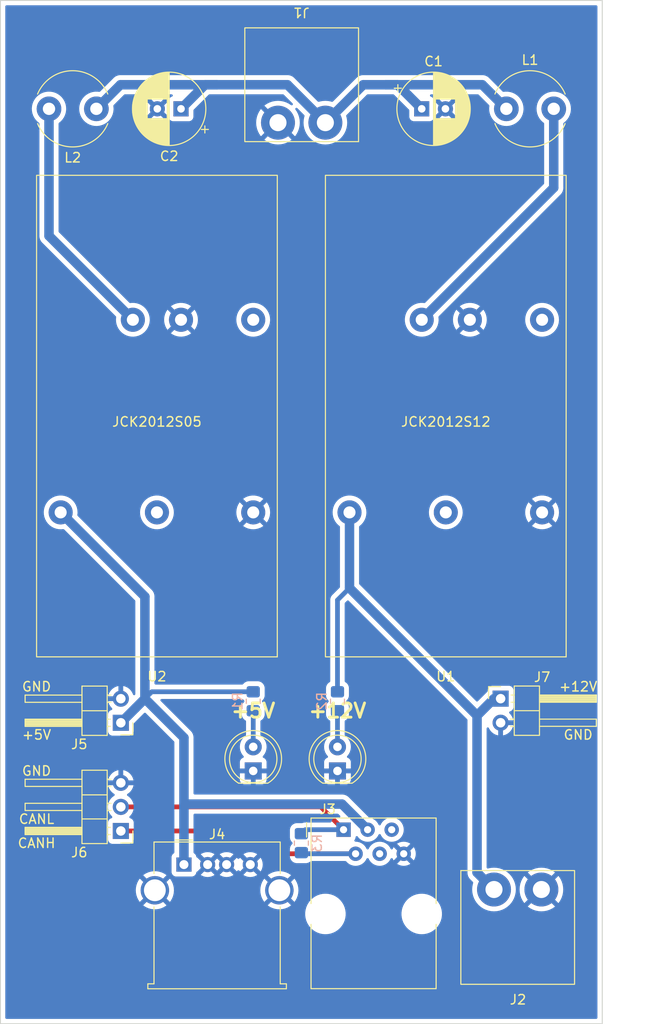
<source format=kicad_pcb>
(kicad_pcb (version 20211014) (generator pcbnew)
  (layers (0 "F.Cu" signal) (31 "B.Cu" signal) (34 "B.Paste" user) (35 "F.Paste" user) (36 "B.SilkS" user "B.Silkscreen") (37 "F.SilkS" user "F.Silkscreen") (38 "B.Mask" user) (39 "F.Mask" user) (44 "Edge.Cuts" user))
  (net 0 "")
  (net 1 "V_batt")
  (net 2 "GND")
  (net 3 "Net-(D1-Pad2)")
  (net 4 "Net-(D2-Pad2)")
  (net 5 "+12V")
  (net 6 "CAN_L")
  (net 7 "CAN_H")
  (net 8 "+5V")
  (net 11 "Net-(L1-Pad2)")
  (net 12 "Net-(L2-Pad2)")
  (footprint "Inductor_THT:L_Radial_D7.8mm_P5.00mm_Fastron_07HCP" (layer "F.Cu") (at 133.39 53.34)
    (fp_text reference "L1" (at 2.5 -5.15) (layer "F.SilkS"))
    (fp_text value "12u")
    (fp_arc (start 6.20497 1.56) (mid 2.5 4.02) (end -1.20497 1.56) (layer "F.SilkS") (width 0.12))
    (fp_arc (start -1.20497 -1.56) (mid 2.5 -4.02) (end 6.20497 -1.56) (layer "F.SilkS") (width 0.12))
    (pad "1" thru_hole circle (at 0 0) (size 2.6 2.6) (drill 1.3) (layers *.Cu *.Mask) (net 1 "V_batt"))
    (pad "2" thru_hole circle (at 5 0) (size 2.6 2.6) (drill 1.3) (layers *.Cu *.Mask) (net 11 "Net-(L1-Pad2)"))
  )
  (footprint "Capacitor_THT:CP_Radial_D7.5mm_P2.50mm" (layer "F.Cu") (at 124.46 53.34)
    (fp_text reference "C1" (at 1.25 -5) (layer "F.SilkS"))
    (fp_text value "330u")
    (fp_line (start 2.731 1.04) (end 2.731 3.536) (layer "F.SilkS") (width 0.12))
    (fp_line (start 2.491 1.04) (end 2.491 3.626) (layer "F.SilkS") (width 0.12))
    (fp_line (start 3.011 1.04) (end 3.011 3.407) (layer "F.SilkS") (width 0.12))
    (fp_line (start 2.811 -3.502) (end 2.811 -1.04) (layer "F.SilkS") (width 0.12))
    (fp_line (start 1.93 1.04) (end 1.93 3.77) (layer "F.SilkS") (width 0.12))
    (fp_line (start 4.651 -1.809) (end 4.651 1.809) (layer "F.SilkS") (width 0.12))
    (fp_line (start 2.091 1.04) (end 2.091 3.738) (layer "F.SilkS") (width 0.12))
    (fp_line (start 3.331 1.04) (end 3.331 3.224) (layer "F.SilkS") (width 0.12))
    (fp_line (start 3.611 -3.028) (end 3.611 3.028) (layer "F.SilkS") (width 0.12))
    (fp_line (start 3.051 -3.386) (end 3.051 -1.04) (layer "F.SilkS") (width 0.12))
    (fp_line (start 4.491 -2.077) (end 4.491 2.077) (layer "F.SilkS") (width 0.12))
    (fp_line (start 2.251 -3.699) (end 2.251 -1.04) (layer "F.SilkS") (width 0.12))
    (fp_line (start 4.571 -1.949) (end 4.571 1.949) (layer "F.SilkS") (width 0.12))
    (fp_line (start 2.531 1.04) (end 2.531 3.613) (layer "F.SilkS") (width 0.12))
    (fp_line (start 3.651 -2.996) (end 3.651 2.996) (layer "F.SilkS") (width 0.12))
    (fp_line (start 1.81 -3.79) (end 1.81 -1.04) (layer "F.SilkS") (width 0.12))
    (fp_line (start 2.691 1.04) (end 2.691 3.553) (layer "F.SilkS") (width 0.12))
    (fp_line (start 1.65 1.04) (end 1.65 3.81) (layer "F.SilkS") (width 0.12))
    (fp_line (start 2.771 -3.52) (end 2.771 -1.04) (layer "F.SilkS") (width 0.12))
    (fp_line (start 4.211 -2.454) (end 4.211 2.454) (layer "F.SilkS") (width 0.12))
    (fp_line (start 2.371 1.04) (end 2.371 3.665) (layer "F.SilkS") (width 0.12))
    (fp_line (start 3.251 1.04) (end 3.251 3.274) (layer "F.SilkS") (width 0.12))
    (fp_line (start 4.051 -2.632) (end 4.051 2.632) (layer "F.SilkS") (width 0.12))
    (fp_line (start 2.691 -3.553) (end 2.691 -1.04) (layer "F.SilkS") (width 0.12))
    (fp_line (start 1.85 1.04) (end 1.85 3.784) (layer "F.SilkS") (width 0.12))
    (fp_line (start 3.531 -3.088) (end 3.531 -1.04) (layer "F.SilkS") (width 0.12))
    (fp_line (start 3.171 -3.321) (end 3.171 -1.04) (layer "F.SilkS") (width 0.12))
    (fp_line (start 1.69 1.04) (end 1.69 3.805) (layer "F.SilkS") (width 0.12))
    (fp_line (start 2.331 -3.677) (end 2.331 -1.04) (layer "F.SilkS") (width 0.12))
    (fp_line (start 4.131 -2.546) (end 4.131 2.546) (layer "F.SilkS") (width 0.12))
    (fp_line (start 1.57 -3.817) (end 1.57 -1.04) (layer "F.SilkS") (width 0.12))
    (fp_line (start 2.011 1.04) (end 2.011 3.755) (layer "F.SilkS") (width 0.12))
    (fp_line (start 2.571 -3.598) (end 2.571 -1.04) (layer "F.SilkS") (width 0.12))
    (fp_line (start 1.29 -3.83) (end 1.29 3.83) (layer "F.SilkS") (width 0.12))
    (fp_line (start 3.931 -2.752) (end 3.931 2.752) (layer "F.SilkS") (width 0.12))
    (fp_line (start 3.491 1.04) (end 3.491 3.116) (layer "F.SilkS") (width 0.12))
    (fp_line (start 1.61 1.04) (end 1.61 3.814) (layer "F.SilkS") (width 0.12))
    (fp_line (start 2.131 -3.729) (end 2.131 -1.04) (layer "F.SilkS") (width 0.12))
    (fp_line (start 4.611 -1.881) (end 4.611 1.881) (layer "F.SilkS") (width 0.12))
    (fp_line (start 1.49 -3.823) (end 1.49 -1.04) (layer "F.SilkS") (width 0.12))
    (fp_line (start 2.731 -3.536) (end 2.731 -1.04) (layer "F.SilkS") (width 0.12))
    (fp_line (start 2.571 1.04) (end 2.571 3.598) (layer "F.SilkS") (width 0.12))
    (fp_line (start 2.211 1.04) (end 2.211 3.71) (layer "F.SilkS") (width 0.12))
    (fp_line (start 3.051 1.04) (end 3.051 3.386) (layer "F.SilkS") (width 0.12))
    (fp_line (start 3.131 1.04) (end 3.131 3.343) (layer "F.SilkS") (width 0.12))
    (fp_line (start 1.25 -3.83) (end 1.25 3.83) (layer "F.SilkS") (width 0.12))
    (fp_line (start 4.171 -2.5) (end 4.171 2.5) (layer "F.SilkS") (width 0.12))
    (fp_line (start 1.81 1.04) (end 1.81 3.79) (layer "F.SilkS") (width 0.12))
    (fp_line (start 2.211 -3.71) (end 2.211 -1.04) (layer "F.SilkS") (width 0.12))
    (fp_line (start 4.451 -2.137) (end 4.451 2.137) (layer "F.SilkS") (width 0.12))
    (fp_line (start 3.851 -2.827) (end 3.851 2.827) (layer "F.SilkS") (width 0.12))
    (fp_line (start 2.971 1.04) (end 2.971 3.427) (layer "F.SilkS") (width 0.12))
    (fp_line (start 3.971 -2.713) (end 3.971 2.713) (layer "F.SilkS") (width 0.12))
    (fp_line (start 2.771 1.04) (end 2.771 3.52) (layer "F.SilkS") (width 0.12))
    (fp_line (start 5.011 -0.877) (end 5.011 0.877) (layer "F.SilkS") (width 0.12))
    (fp_line (start 4.891 -1.275) (end 4.891 1.275) (layer "F.SilkS") (width 0.12))
    (fp_line (start 2.171 -3.72) (end 2.171 -1.04) (layer "F.SilkS") (width 0.12))
    (fp_line (start 1.69 -3.805) (end 1.69 -1.04) (layer "F.SilkS") (width 0.12))
    (fp_line (start 1.89 1.04) (end 1.89 3.777) (layer "F.SilkS") (width 0.12))
    (fp_line (start 4.531 -2.014) (end 4.531 2.014) (layer "F.SilkS") (width 0.12))
    (fp_line (start 5.091 -0.441) (end 5.091 0.441) (layer "F.SilkS") (width 0.12))
    (fp_line (start 3.091 1.04) (end 3.091 3.365) (layer "F.SilkS") (width 0.12))
    (fp_line (start 1.85 -3.784) (end 1.85 -1.04) (layer "F.SilkS") (width 0.12))
    (fp_line (start 1.53 -3.82) (end 1.53 -1.04) (layer "F.SilkS") (width 0.12))
    (fp_line (start 2.411 -3.653) (end 2.411 -1.04) (layer "F.SilkS") (width 0.12))
    (fp_line (start 4.291 -2.355) (end 4.291 2.355) (layer "F.SilkS") (width 0.12))
    (fp_line (start 3.211 1.04) (end 3.211 3.297) (layer "F.SilkS") (width 0.12))
    (fp_line (start -2.517211 -2.55) (end -2.517211 -1.8) (layer "F.SilkS") (width 0.12))
    (fp_line (start 2.291 -3.688) (end 2.291 -1.04) (layer "F.SilkS") (width 0.12))
    (fp_line (start 2.851 -3.484) (end 2.851 -1.04) (layer "F.SilkS") (width 0.12))
    (fp_line (start 1.37 -3.829) (end 1.37 3.829) (layer "F.SilkS") (width 0.12))
    (fp_line (start 3.211 -3.297) (end 3.211 -1.04) (layer "F.SilkS") (width 0.12))
    (fp_line (start 3.291 1.04) (end 3.291 3.249) (layer "F.SilkS") (width 0.12))
    (fp_line (start 2.611 1.04) (end 2.611 3.584) (layer "F.SilkS") (width 0.12))
    (fp_line (start 2.931 -3.447) (end 2.931 -1.04) (layer "F.SilkS") (width 0.12))
    (fp_line (start 3.011 -3.407) (end 3.011 -1.04) (layer "F.SilkS") (width 0.12))
    (fp_line (start 3.371 -3.198) (end 3.371 -1.04) (layer "F.SilkS") (width 0.12))
    (fp_line (start 4.851 -1.381) (end 4.851 1.381) (layer "F.SilkS") (width 0.12))
    (fp_line (start 2.251 1.04) (end 2.251 3.699) (layer "F.SilkS") (width 0.12))
    (fp_line (start 2.171 1.04) (end 2.171 3.72) (layer "F.SilkS") (width 0.12))
    (fp_line (start 1.77 1.04) (end 1.77 3.795) (layer "F.SilkS") (width 0.12))
    (fp_line (start 4.731 -1.654) (end 4.731 1.654) (layer "F.SilkS") (width 0.12))
    (fp_line (start 1.89 -3.777) (end 1.89 -1.04) (layer "F.SilkS") (width 0.12))
    (fp_line (start 3.331 -3.224) (end 3.331 -1.04) (layer "F.SilkS") (width 0.12))
    (fp_line (start 1.77 -3.795) (end 1.77 -1.04) (layer "F.SilkS") (width 0.12))
    (fp_line (start 4.811 -1.478) (end 4.811 1.478) (layer "F.SilkS") (width 0.12))
    (fp_line (start 4.331 -2.304) (end 4.331 2.304) (layer "F.SilkS") (width 0.12))
    (fp_line (start 3.131 -3.343) (end 3.131 -1.04) (layer "F.SilkS") (width 0.12))
    (fp_line (start 1.971 1.04) (end 1.971 3.763) (layer "F.SilkS") (width 0.12))
    (fp_line (start 1.53 1.04) (end 1.53 3.82) (layer "F.SilkS") (width 0.12))
    (fp_line (start 2.611 -3.584) (end 2.611 -1.04) (layer "F.SilkS") (width 0.12))
    (fp_line (start 1.33 -3.83) (end 1.33 3.83) (layer "F.SilkS") (width 0.12))
    (fp_line (start 3.811 -2.863) (end 3.811 2.863) (layer "F.SilkS") (width 0.12))
    (fp_line (start 3.091 -3.365) (end 3.091 -1.04) (layer "F.SilkS") (width 0.12))
    (fp_line (start 2.931 1.04) (end 2.931 3.447) (layer "F.SilkS") (width 0.12))
    (fp_line (start 3.571 -3.058) (end 3.571 3.058) (layer "F.SilkS") (width 0.12))
    (fp_line (start 3.451 1.04) (end 3.451 3.144) (layer "F.SilkS") (width 0.12))
    (fp_line (start 3.171 1.04) (end 3.171 3.321) (layer "F.SilkS") (width 0.12))
    (fp_line (start 4.411 -2.195) (end 4.411 2.195) (layer "F.SilkS") (width 0.12))
    (fp_line (start 2.011 -3.755) (end 2.011 -1.04) (layer "F.SilkS") (width 0.12))
    (fp_line (start 3.491 -3.116) (end 3.491 -1.04) (layer "F.SilkS") (width 0.12))
    (fp_line (start 1.41 -3.827) (end 1.41 3.827) (layer "F.SilkS") (width 0.12))
    (fp_line (start 1.49 1.04) (end 1.49 3.823) (layer "F.SilkS") (width 0.12))
    (fp_line (start 4.011 -2.673) (end 4.011 2.673) (layer "F.SilkS") (width 0.12))
    (fp_line (start 3.531 1.04) (end 3.531 3.088) (layer "F.SilkS") (width 0.12))
    (fp_line (start 2.051 -3.747) (end 2.051 -1.04) (layer "F.SilkS") (width 0.12))
    (fp_line (start 2.851 1.04) (end 2.851 3.484) (layer "F.SilkS") (width 0.12))
    (fp_line (start 3.891 -2.79) (end 3.891 2.79) (layer "F.SilkS") (width 0.12))
    (fp_line (start 1.73 -3.801) (end 1.73 -1.04) (layer "F.SilkS") (width 0.12))
    (fp_line (start 2.131 1.04) (end 2.131 3.729) (layer "F.SilkS") (width 0.12))
    (fp_line (start 2.891 -3.466) (end 2.891 -1.04) (layer "F.SilkS") (width 0.12))
    (fp_line (start 4.691 -1.733) (end 4.691 1.733) (layer "F.SilkS") (width 0.12))
    (fp_line (start 4.371 -2.25) (end 4.371 2.25) (layer "F.SilkS") (width 0.12))
    (fp_line (start 2.491 -3.626) (end 2.491 -1.04) (layer "F.SilkS") (width 0.12))
    (fp_line (start 3.411 1.04) (end 3.411 3.172) (layer "F.SilkS") (width 0.12))
    (fp_line (start 2.451 1.04) (end 2.451 3.64) (layer "F.SilkS") (width 0.12))
    (fp_line (start 1.45 -3.825) (end 1.45 3.825) (layer "F.SilkS") (width 0.12))
    (fp_line (start 1.57 1.04) (end 1.57 3.817) (layer "F.SilkS") (width 0.12))
    (fp_line (start -2.892211 -2.175) (end -2.142211 -2.175) (layer "F.SilkS") (width 0.12))
    (fp_line (start 2.651 -3.568) (end 2.651 -1.04) (layer "F.SilkS") (width 0.12))
    (fp_line (start 3.731 -2.931) (end 3.731 2.931) (layer "F.SilkS") (width 0.12))
    (fp_line (start 2.411 1.04) (end 2.411 3.653) (layer "F.SilkS") (width 0.12))
    (fp_line (start 3.371 1.04) (end 3.371 3.198) (layer "F.SilkS") (width 0.12))
    (fp_line (start 3.771 -2.898) (end 3.771 2.898) (layer "F.SilkS") (width 0.12))
    (fp_line (start 2.291 1.04) (end 2.291 3.688) (layer "F.SilkS") (width 0.12))
    (fp_line (start 3.691 -2.964) (end 3.691 2.964) (layer "F.SilkS") (width 0.12))
    (fp_line (start 1.93 -3.77) (end 1.93 -1.04) (layer "F.SilkS") (width 0.12))
    (fp_line (start 3.291 -3.249) (end 3.291 -1.04) (layer "F.SilkS") (width 0.12))
    (fp_line (start 3.251 -3.274) (end 3.251 -1.04) (layer "F.SilkS") (width 0.12))
    (fp_line (start 5.051 -0.693) (end 5.051 0.693) (layer "F.SilkS") (width 0.12))
    (fp_line (start 2.811 1.04) (end 2.811 3.502) (layer "F.SilkS") (width 0.12))
    (fp_line (start 2.531 -3.613) (end 2.531 -1.04) (layer "F.SilkS") (width 0.12))
    (fp_line (start 3.451 -3.144) (end 3.451 -1.04) (layer "F.SilkS") (width 0.12))
    (fp_line (start 2.331 1.04) (end 2.331 3.677) (layer "F.SilkS") (width 0.12))
    (fp_line (start 2.891 1.04) (end 2.891 3.466) (layer "F.SilkS") (width 0.12))
    (fp_line (start 2.091 -3.738) (end 2.091 -1.04) (layer "F.SilkS") (width 0.12))
    (fp_line (start 2.451 -3.64) (end 2.451 -1.04) (layer "F.SilkS") (width 0.12))
    (fp_line (start 2.051 1.04) (end 2.051 3.747) (layer "F.SilkS") (width 0.12))
    (fp_line (start 1.65 -3.81) (end 1.65 -1.04) (layer "F.SilkS") (width 0.12))
    (fp_line (start 1.61 -3.814) (end 1.61 -1.04) (layer "F.SilkS") (width 0.12))
    (fp_line (start 3.411 -3.172) (end 3.411 -1.04) (layer "F.SilkS") (width 0.12))
    (fp_line (start 4.091 -2.589) (end 4.091 2.589) (layer "F.SilkS") (width 0.12))
    (fp_line (start 4.931 -1.158) (end 4.931 1.158) (layer "F.SilkS") (width 0.12))
    (fp_line (start 2.651 1.04) (end 2.651 3.568) (layer "F.SilkS") (width 0.12))
    (fp_line (start 1.971 -3.763) (end 1.971 -1.04) (layer "F.SilkS") (width 0.12))
    (fp_line (start 2.971 -3.427) (end 2.971 -1.04) (layer "F.SilkS") (width 0.12))
    (fp_line (start 2.371 -3.665) (end 2.371 -1.04) (layer "F.SilkS") (width 0.12))
    (fp_line (start 4.971 -1.028) (end 4.971 1.028) (layer "F.SilkS") (width 0.12))
    (fp_line (start 1.73 1.04) (end 1.73 3.801) (layer "F.SilkS") (width 0.12))
    (fp_line (start 4.251 -2.405) (end 4.251 2.405) (layer "F.SilkS") (width 0.12))
    (fp_line (start 4.771 -1.569) (end 4.771 1.569) (layer "F.SilkS") (width 0.12))
    (fp_circle (center 1.25 0) (end 5.12 0) (layer "F.SilkS") (width 0.12) (fill none))
    (pad "1" thru_hole rect (at 0 0) (size 1.6 1.6) (drill 0.8) (layers *.Cu *.Mask) (net 1 "V_batt"))
    (pad "2" thru_hole circle (at 2.5 0) (size 1.6 1.6) (drill 0.8) (layers *.Cu *.Mask) (net 2 "GND"))
  )
  (footprint "Capacitor_THT:CP_Radial_D7.5mm_P2.50mm" (layer "F.Cu") (at 99.06 53.34 180)
    (fp_text reference "C2" (at 1.25 -5) (layer "F.SilkS"))
    (fp_text value "330u")
    (fp_line (start 1.33 -3.83) (end 1.33 3.83) (layer "F.SilkS") (width 0.12))
    (fp_line (start 2.331 1.04) (end 2.331 3.677) (layer "F.SilkS") (width 0.12))
    (fp_line (start 2.611 1.04) (end 2.611 3.584) (layer "F.SilkS") (width 0.12))
    (fp_line (start 2.371 1.04) (end 2.371 3.665) (layer "F.SilkS") (width 0.12))
    (fp_line (start 3.251 1.04) (end 3.251 3.274) (layer "F.SilkS") (width 0.12))
    (fp_line (start 1.25 -3.83) (end 1.25 3.83) (layer "F.SilkS") (width 0.12))
    (fp_line (start 2.571 1.04) (end 2.571 3.598) (layer "F.SilkS") (width 0.12))
    (fp_line (start 2.131 1.04) (end 2.131 3.729) (layer "F.SilkS") (width 0.12))
    (fp_line (start 3.411 1.04) (end 3.411 3.172) (layer "F.SilkS") (width 0.12))
    (fp_line (start 1.73 -3.801) (end 1.73 -1.04) (layer "F.SilkS") (width 0.12))
    (fp_line (start 4.571 -1.949) (end 4.571 1.949) (layer "F.SilkS") (width 0.12))
    (fp_line (start 2.971 1.04) (end 2.971 3.427) (layer "F.SilkS") (width 0.12))
    (fp_line (start 3.211 1.04) (end 3.211 3.297) (layer "F.SilkS") (width 0.12))
    (fp_line (start 4.971 -1.028) (end 4.971 1.028) (layer "F.SilkS") (width 0.12))
    (fp_line (start 4.171 -2.5) (end 4.171 2.5) (layer "F.SilkS") (width 0.12))
    (fp_line (start 1.69 1.04) (end 1.69 3.805) (layer "F.SilkS") (width 0.12))
    (fp_line (start 4.931 -1.158) (end 4.931 1.158) (layer "F.SilkS") (width 0.12))
    (fp_line (start 2.411 -3.653) (end 2.411 -1.04) (layer "F.SilkS") (width 0.12))
    (fp_line (start 4.771 -1.569) (end 4.771 1.569) (layer "F.SilkS") (width 0.12))
    (fp_line (start 4.411 -2.195) (end 4.411 2.195) (layer "F.SilkS") (width 0.12))
    (fp_line (start 2.531 1.04) (end 2.531 3.613) (layer "F.SilkS") (width 0.12))
    (fp_line (start 4.371 -2.25) (end 4.371 2.25) (layer "F.SilkS") (width 0.12))
    (fp_line (start 2.171 -3.72) (end 2.171 -1.04) (layer "F.SilkS") (width 0.12))
    (fp_line (start 1.81 -3.79) (end 1.81 -1.04) (layer "F.SilkS") (width 0.12))
    (fp_line (start 2.771 1.04) (end 2.771 3.52) (layer "F.SilkS") (width 0.12))
    (fp_line (start 2.011 1.04) (end 2.011 3.755) (layer "F.SilkS") (width 0.12))
    (fp_line (start 4.131 -2.546) (end 4.131 2.546) (layer "F.SilkS") (width 0.12))
    (fp_line (start 2.251 1.04) (end 2.251 3.699) (layer "F.SilkS") (width 0.12))
    (fp_line (start 3.171 1.04) (end 3.171 3.321) (layer "F.SilkS") (width 0.12))
    (fp_line (start 2.091 1.04) (end 2.091 3.738) (layer "F.SilkS") (width 0.12))
    (fp_line (start 2.691 1.04) (end 2.691 3.553) (layer "F.SilkS") (width 0.12))
    (fp_line (start 2.491 -3.626) (end 2.491 -1.04) (layer "F.SilkS") (width 0.12))
    (fp_line (start 4.291 -2.355) (end 4.291 2.355) (layer "F.SilkS") (width 0.12))
    (fp_line (start 2.211 -3.71) (end 2.211 -1.04) (layer "F.SilkS") (width 0.12))
    (fp_line (start 3.131 -3.343) (end 3.131 -1.04) (layer "F.SilkS") (width 0.12))
    (fp_line (start 2.491 1.04) (end 2.491 3.626) (layer "F.SilkS") (width 0.12))
    (fp_line (start 1.85 1.04) (end 1.85 3.784) (layer "F.SilkS") (width 0.12))
    (fp_line (start 3.011 1.04) (end 3.011 3.407) (layer "F.SilkS") (width 0.12))
    (fp_line (start -2.517211 -2.55) (end -2.517211 -1.8) (layer "F.SilkS") (width 0.12))
    (fp_line (start 3.731 -2.931) (end 3.731 2.931) (layer "F.SilkS") (width 0.12))
    (fp_line (start 2.131 -3.729) (end 2.131 -1.04) (layer "F.SilkS") (width 0.12))
    (fp_line (start 4.611 -1.881) (end 4.611 1.881) (layer "F.SilkS") (width 0.12))
    (fp_line (start 2.731 1.04) (end 2.731 3.536) (layer "F.SilkS") (width 0.12))
    (fp_line (start 3.051 -3.386) (end 3.051 -1.04) (layer "F.SilkS") (width 0.12))
    (fp_line (start 3.331 1.04) (end 3.331 3.224) (layer "F.SilkS") (width 0.12))
    (fp_line (start 3.891 -2.79) (end 3.891 2.79) (layer "F.SilkS") (width 0.12))
    (fp_line (start 1.971 -3.763) (end 1.971 -1.04) (layer "F.SilkS") (width 0.12))
    (fp_line (start 3.211 -3.297) (end 3.211 -1.04) (layer "F.SilkS") (width 0.12))
    (fp_line (start 4.211 -2.454) (end 4.211 2.454) (layer "F.SilkS") (width 0.12))
    (fp_line (start 4.651 -1.809) (end 4.651 1.809) (layer "F.SilkS") (width 0.12))
    (fp_line (start 4.891 -1.275) (end 4.891 1.275) (layer "F.SilkS") (width 0.12))
    (fp_line (start 3.371 1.04) (end 3.371 3.198) (layer "F.SilkS") (width 0.12))
    (fp_line (start 1.65 -3.81) (end 1.65 -1.04) (layer "F.SilkS") (width 0.12))
    (fp_line (start 3.491 1.04) (end 3.491 3.116) (layer "F.SilkS") (width 0.12))
    (fp_line (start 3.811 -2.863) (end 3.811 2.863) (layer "F.SilkS") (width 0.12))
    (fp_line (start 1.45 -3.825) (end 1.45 3.825) (layer "F.SilkS") (width 0.12))
    (fp_line (start 5.091 -0.441) (end 5.091 0.441) (layer "F.SilkS") (width 0.12))
    (fp_line (start 2.891 -3.466) (end 2.891 -1.04) (layer "F.SilkS") (width 0.12))
    (fp_line (start 3.011 -3.407) (end 3.011 -1.04) (layer "F.SilkS") (width 0.12))
    (fp_line (start 2.651 -3.568) (end 2.651 -1.04) (layer "F.SilkS") (width 0.12))
    (fp_line (start 2.811 1.04) (end 2.811 3.502) (layer "F.SilkS") (width 0.12))
    (fp_line (start 2.291 -3.688) (end 2.291 -1.04) (layer "F.SilkS") (width 0.12))
    (fp_line (start 2.091 -3.738) (end 2.091 -1.04) (layer "F.SilkS") (width 0.12))
    (fp_line (start 3.571 -3.058) (end 3.571 3.058) (layer "F.SilkS") (width 0.12))
    (fp_line (start 2.691 -3.553) (end 2.691 -1.04) (layer "F.SilkS") (width 0.12))
    (fp_line (start 2.171 1.04) (end 2.171 3.72) (layer "F.SilkS") (width 0.12))
    (fp_line (start 5.051 -0.693) (end 5.051 0.693) (layer "F.SilkS") (width 0.12))
    (fp_line (start 1.41 -3.827) (end 1.41 3.827) (layer "F.SilkS") (width 0.12))
    (fp_line (start 3.491 -3.116) (end 3.491 -1.04) (layer "F.SilkS") (width 0.12))
    (fp_line (start 1.81 1.04) (end 1.81 3.79) (layer "F.SilkS") (width 0.12))
    (fp_line (start 2.931 -3.447) (end 2.931 -1.04) (layer "F.SilkS") (width 0.12))
    (fp_line (start 1.53 -3.82) (end 1.53 -1.04) (layer "F.SilkS") (width 0.12))
    (fp_line (start 1.57 1.04) (end 1.57 3.817) (layer "F.SilkS") (width 0.12))
    (fp_line (start 2.811 -3.502) (end 2.811 -1.04) (layer "F.SilkS") (width 0.12))
    (fp_line (start 3.691 -2.964) (end 3.691 2.964) (layer "F.SilkS") (width 0.12))
    (fp_line (start 1.89 1.04) (end 1.89 3.777) (layer "F.SilkS") (width 0.12))
    (fp_line (start 2.291 1.04) (end 2.291 3.688) (layer "F.SilkS") (width 0.12))
    (fp_line (start 1.65 1.04) (end 1.65 3.81) (layer "F.SilkS") (width 0.12))
    (fp_line (start 1.89 -3.777) (end 1.89 -1.04) (layer "F.SilkS") (width 0.12))
    (fp_line (start 3.291 1.04) (end 3.291 3.249) (layer "F.SilkS") (width 0.12))
    (fp_line (start 4.451 -2.137) (end 4.451 2.137) (layer "F.SilkS") (width 0.12))
    (fp_line (start 2.771 -3.52) (end 2.771 -1.04) (layer "F.SilkS") (width 0.12))
    (fp_line (start 2.411 1.04) (end 2.411 3.653) (layer "F.SilkS") (width 0.12))
    (fp_line (start 3.451 1.04) (end 3.451 3.144) (layer "F.SilkS") (width 0.12))
    (fp_line (start 4.691 -1.733) (end 4.691 1.733) (layer "F.SilkS") (width 0.12))
    (fp_line (start 3.091 -3.365) (end 3.091 -1.04) (layer "F.SilkS") (width 0.12))
    (fp_line (start 2.611 -3.584) (end 2.611 -1.04) (layer "F.SilkS") (width 0.12))
    (fp_line (start 1.77 1.04) (end 1.77 3.795) (layer "F.SilkS") (width 0.12))
    (fp_line (start 4.331 -2.304) (end 4.331 2.304) (layer "F.SilkS") (width 0.12))
    (fp_line (start 2.891 1.04) (end 2.891 3.466) (layer "F.SilkS") (width 0.12))
    (fp_line (start 1.69 -3.805) (end 1.69 -1.04) (layer "F.SilkS") (width 0.12))
    (fp_line (start 1.73 1.04) (end 1.73 3.801) (layer "F.SilkS") (width 0.12))
    (fp_line (start 3.411 -3.172) (end 3.411 -1.04) (layer "F.SilkS") (width 0.12))
    (fp_line (start -2.892211 -2.175) (end -2.142211 -2.175) (layer "F.SilkS") (width 0.12))
    (fp_line (start 2.211 1.04) (end 2.211 3.71) (layer "F.SilkS") (width 0.12))
    (fp_line (start 1.93 1.04) (end 1.93 3.77) (layer "F.SilkS") (width 0.12))
    (fp_line (start 2.971 -3.427) (end 2.971 -1.04) (layer "F.SilkS") (width 0.12))
    (fp_line (start 1.49 1.04) (end 1.49 3.823) (layer "F.SilkS") (width 0.12))
    (fp_line (start 4.491 -2.077) (end 4.491 2.077) (layer "F.SilkS") (width 0.12))
    (fp_line (start 2.451 1.04) (end 2.451 3.64) (layer "F.SilkS") (width 0.12))
    (fp_line (start 3.451 -3.144) (end 3.451 -1.04) (layer "F.SilkS") (width 0.12))
    (fp_line (start 4.811 -1.478) (end 4.811 1.478) (layer "F.SilkS") (width 0.12))
    (fp_line (start 2.571 -3.598) (end 2.571 -1.04) (layer "F.SilkS") (width 0.12))
    (fp_line (start 1.61 1.04) (end 1.61 3.814) (layer "F.SilkS") (width 0.12))
    (fp_line (start 3.131 1.04) (end 3.131 3.343) (layer "F.SilkS") (width 0.12))
    (fp_line (start 2.331 -3.677) (end 2.331 -1.04) (layer "F.SilkS") (width 0.12))
    (fp_line (start 3.931 -2.752) (end 3.931 2.752) (layer "F.SilkS") (width 0.12))
    (fp_line (start 3.371 -3.198) (end 3.371 -1.04) (layer "F.SilkS") (width 0.12))
    (fp_line (start 1.53 1.04) (end 1.53 3.82) (layer "F.SilkS") (width 0.12))
    (fp_line (start 3.531 -3.088) (end 3.531 -1.04) (layer "F.SilkS") (width 0.12))
    (fp_line (start 3.051 1.04) (end 3.051 3.386) (layer "F.SilkS") (width 0.12))
    (fp_line (start 2.731 -3.536) (end 2.731 -1.04) (layer "F.SilkS") (width 0.12))
    (fp_line (start 2.651 1.04) (end 2.651 3.568) (layer "F.SilkS") (width 0.12))
    (fp_line (start 4.091 -2.589) (end 4.091 2.589) (layer "F.SilkS") (width 0.12))
    (fp_line (start 3.651 -2.996) (end 3.651 2.996) (layer "F.SilkS") (width 0.12))
    (fp_line (start 4.051 -2.632) (end 4.051 2.632) (layer "F.SilkS") (width 0.12))
    (fp_line (start 2.051 -3.747) (end 2.051 -1.04) (layer "F.SilkS") (width 0.12))
    (fp_line (start 1.971 1.04) (end 1.971 3.763) (layer "F.SilkS") (width 0.12))
    (fp_line (start 4.851 -1.381) (end 4.851 1.381) (layer "F.SilkS") (width 0.12))
    (fp_line (start 2.931 1.04) (end 2.931 3.447) (layer "F.SilkS") (width 0.12))
    (fp_line (start 1.37 -3.829) (end 1.37 3.829) (layer "F.SilkS") (width 0.12))
    (fp_line (start 4.531 -2.014) (end 4.531 2.014) (layer "F.SilkS") (width 0.12))
    (fp_line (start 3.531 1.04) (end 3.531 3.088) (layer "F.SilkS") (width 0.12))
    (fp_line (start 3.331 -3.224) (end 3.331 -1.04) (layer "F.SilkS") (width 0.12))
    (fp_line (start 2.851 -3.484) (end 2.851 -1.04) (layer "F.SilkS") (width 0.12))
    (fp_line (start 2.051 1.04) (end 2.051 3.747) (layer "F.SilkS") (width 0.12))
    (fp_line (start 3.091 1.04) (end 3.091 3.365) (layer "F.SilkS") (width 0.12))
    (fp_line (start 1.49 -3.823) (end 1.49 -1.04) (layer "F.SilkS") (width 0.12))
    (fp_line (start 3.291 -3.249) (end 3.291 -1.04) (layer "F.SilkS") (width 0.12))
    (fp_line (start 2.371 -3.665) (end 2.371 -1.04) (layer "F.SilkS") (width 0.12))
    (fp_line (start 3.851 -2.827) (end 3.851 2.827) (layer "F.SilkS") (width 0.12))
    (fp_line (start 2.451 -3.64) (end 2.451 -1.04) (layer "F.SilkS") (width 0.12))
    (fp_line (start 3.251 -3.274) (end 3.251 -1.04) (layer "F.SilkS") (width 0.12))
    (fp_line (start 4.011 -2.673) (end 4.011 2.673) (layer "F.SilkS") (width 0.12))
    (fp_line (start 1.29 -3.83) (end 1.29 3.83) (layer "F.SilkS") (width 0.12))
    (fp_line (start 3.771 -2.898) (end 3.771 2.898) (layer "F.SilkS") (width 0.12))
    (fp_line (start 1.85 -3.784) (end 1.85 -1.04) (layer "F.SilkS") (width 0.12))
    (fp_line (start 3.171 -3.321) (end 3.171 -1.04) (layer "F.SilkS") (width 0.12))
    (fp_line (start 2.251 -3.699) (end 2.251 -1.04) (layer "F.SilkS") (width 0.12))
    (fp_line (start 2.851 1.04) (end 2.851 3.484) (layer "F.SilkS") (width 0.12))
    (fp_line (start 1.77 -3.795) (end 1.77 -1.04) (layer "F.SilkS") (width 0.12))
    (fp_line (start 4.731 -1.654) (end 4.731 1.654) (layer "F.SilkS") (width 0.12))
    (fp_line (start 2.011 -3.755) (end 2.011 -1.04) (layer "F.SilkS") (width 0.12))
    (fp_line (start 3.611 -3.028) (end 3.611 3.028) (layer "F.SilkS") (width 0.12))
    (fp_line (start 2.531 -3.613) (end 2.531 -1.04) (layer "F.SilkS") (width 0.12))
    (fp_line (start 3.971 -2.713) (end 3.971 2.713) (layer "F.SilkS") (width 0.12))
    (fp_line (start 5.011 -0.877) (end 5.011 0.877) (layer "F.SilkS") (width 0.12))
    (fp_line (start 4.251 -2.405) (end 4.251 2.405) (layer "F.SilkS") (width 0.12))
    (fp_line (start 1.61 -3.814) (end 1.61 -1.04) (layer "F.SilkS") (width 0.12))
    (fp_line (start 1.57 -3.817) (end 1.57 -1.04) (layer "F.SilkS") (width 0.12))
    (fp_line (start 1.93 -3.77) (end 1.93 -1.04) (layer "F.SilkS") (width 0.12))
    (fp_circle (center 1.25 0) (end 5.12 0) (layer "F.SilkS") (width 0.12) (fill none))
    (pad "1" thru_hole rect (at 0 0 180) (size 1.6 1.6) (drill 0.8) (layers *.Cu *.Mask) (net 1 "V_batt"))
    (pad "2" thru_hole circle (at 2.5 0 180) (size 1.6 1.6) (drill 0.8) (layers *.Cu *.Mask) (net 2 "GND"))
  )
  (footprint "Inductor_THT:L_Radial_D7.8mm_P5.00mm_Fastron_07HCP" (layer "F.Cu") (at 90.13 53.34 180)
    (fp_text reference "L2" (at 2.5 -5.15) (layer "F.SilkS"))
    (fp_text value "12u")
    (fp_arc (start 6.20497 1.56) (mid 2.5 4.02) (end -1.20497 1.56) (layer "F.SilkS") (width 0.12))
    (fp_arc (start -1.20497 -1.56) (mid 2.5 -4.02) (end 6.20497 -1.56) (layer "F.SilkS") (width 0.12))
    (pad "1" thru_hole circle (at 0 0 180) (size 2.6 2.6) (drill 1.3) (layers *.Cu *.Mask) (net 1 "V_batt"))
    (pad "2" thru_hole circle (at 5 0 180) (size 2.6 2.6) (drill 1.3) (layers *.Cu *.Mask) (net 12 "Net-(L2-Pad2)"))
  )
  (footprint "Robot:USB_A" (layer "F.Cu") (at 99.37 133.07)
    (fp_text reference "J4" (at 3.5 -3.19) (layer "F.SilkS"))
    (fp_text value "USB_A")
    (fp_line (start -3.81 13.1) (end 10.81 13.1) (layer "F.SilkS") (width 0.12))
    (fp_line (start -3.81 12.58) (end -3.81 13.1) (layer "F.SilkS") (width 0.12))
    (fp_line (start -3.16 -2.38) (end 10.16 -2.38) (layer "F.SilkS") (width 0.12))
    (fp_line (start -3.16 -2.38) (end -3.16 0.95) (layer "F.SilkS") (width 0.12))
    (fp_line (start -0.9 -2.6) (end 0.9 -2.6) (layer "F.SilkS") (width 0.12))
    (fp_line (start 10.81 12.58) (end 10.16 12.58) (layer "F.SilkS") (width 0.12))
    (fp_line (start 10.81 13.1) (end 10.81 12.58) (layer "F.SilkS") (width 0.12))
    (fp_line (start 10.16 4.47) (end 10.16 12.58) (layer "F.SilkS") (width 0.12))
    (fp_line (start 10.16 -2.38) (end 10.16 0.95) (layer "F.SilkS") (width 0.12))
    (fp_line (start -3.16 12.58) (end -3.81 12.58) (layer "F.SilkS") (width 0.12))
    (fp_line (start -3.16 12.58) (end -3.16 4.47) (layer "F.SilkS") (width 0.12))
    (pad "1" thru_hole rect (at 0 0) (size 1.6 1.5) (drill 0.95) (layers *.Cu *.Mask) (net 8 "+5V"))
    (pad "2" thru_hole circle (at 2.5 0) (size 1.6 1.6) (drill 0.95) (layers *.Cu *.Mask) (net 2 "GND"))
    (pad "3" thru_hole circle (at 4.5 0) (size 1.6 1.6) (drill 0.95) (layers *.Cu *.Mask) (net 2 "GND"))
    (pad "4" thru_hole circle (at 7 0) (size 1.6 1.6) (drill 0.95) (layers *.Cu *.Mask) (net 2 "GND"))
    (pad "5" thru_hole circle (at 10.07 2.71) (size 3 3) (drill 2.3) (layers *.Cu *.Mask) (net 2 "GND"))
    (pad "5" thru_hole circle (at -3.07 2.71) (size 3 3) (drill 2.3) (layers *.Cu *.Mask) (net 2 "GND"))
  )
  (footprint "Robot:JCK" (layer "F.Cu") (at 127 85.755)
    (fp_text reference "U1" (at 0 27.48 unlocked) (layer "F.SilkS"))
    (fp_text value "JCK2012S12")
    (fp_rect (start 12.7 25.4) (end -12.7 -25.4) (layer "F.SilkS") (width 0.12) (fill none))
    (pad "1" thru_hole circle (at -2.54 -10.16 180) (size 2.54 2.54) (drill 1.27) (layers *.Cu *.Mask) (net 11 "Net-(L1-Pad2)"))
    (pad "2" thru_hole circle (at 2.54 -10.16 180) (size 2.54 2.54) (drill 1.27) (layers *.Cu *.Mask) (net 2 "GND"))
    (pad "3" thru_hole circle (at -10.16 10.16 180) (size 2.54 2.54) (drill 1.27) (layers *.Cu *.Mask) (net 5 "+12V"))
    (pad "4" thru_hole circle (at 0 10.16 180) (size 2.54 2.54) (drill 1.27) (layers *.Cu *.Mask))
    (pad "5" thru_hole circle (at 10.16 10.16 180) (size 2.54 2.54) (drill 1.27) (layers *.Cu *.Mask) (net 2 "GND"))
    (pad "6" thru_hole circle (at 10.16 -10.16 180) (size 2.54 2.54) (drill 1.27) (layers *.Cu *.Mask))
  )
  (footprint "Connector_PinHeader_2.54mm:PinHeader_1x03_P2.54mm_Horizontal" (layer "F.Cu") (at 92.71 129.525 180)
    (fp_text reference "J6" (at 4.385 -2.27) (layer "F.SilkS"))
    (fp_text value "Conn_01x03_Male")
    (fp_line (start 1.042929 4.7) (end 1.44 4.7) (layer "F.SilkS") (width 0.12))
    (fp_line (start 1.44 3.81) (end 4.1 3.81) (layer "F.SilkS") (width 0.12))
    (fp_line (start -1.27 0) (end -1.27 -1.27) (layer "F.SilkS") (width 0.12))
    (fp_line (start 4.1 4.7) (end 10.1 4.7) (layer "F.SilkS") (width 0.12))
    (fp_line (start 10.1 4.7) (end 10.1 5.46) (layer "F.SilkS") (width 0.12))
    (fp_line (start 1.042929 2.16) (end 1.44 2.16) (layer "F.SilkS") (width 0.12))
    (fp_line (start 4.1 -0.32) (end 10.1 -0.32) (layer "F.SilkS") (width 0.12))
    (fp_line (start 1.11 -0.38) (end 1.44 -0.38) (layer "F.SilkS") (width 0.12))
    (fp_line (start 4.1 6.41) (end 4.1 -1.33) (layer "F.SilkS") (width 0.12))
    (fp_line (start 1.11 0.38) (end 1.44 0.38) (layer "F.SilkS") (width 0.12))
    (fp_line (start 1.44 -1.33) (end 1.44 6.41) (layer "F.SilkS") (width 0.12))
    (fp_line (start 4.1 0.16) (end 10.1 0.16) (layer "F.SilkS") (width 0.12))
    (fp_line (start 10.1 5.46) (end 4.1 5.46) (layer "F.SilkS") (width 0.12))
    (fp_line (start 1.44 6.41) (end 4.1 6.41) (layer "F.SilkS") (width 0.12))
    (fp_line (start 10.1 0.38) (end 4.1 0.38) (layer "F.SilkS") (width 0.12))
    (fp_line (start 1.042929 2.92) (end 1.44 2.92) (layer "F.SilkS") (width 0.12))
    (fp_line (start 4.1 2.16) (end 10.1 2.16) (layer "F.SilkS") (width 0.12))
    (fp_line (start 4.1 -0.08) (end 10.1 -0.08) (layer "F.SilkS") (width 0.12))
    (fp_line (start 10.1 2.16) (end 10.1 2.92) (layer "F.SilkS") (width 0.12))
    (fp_line (start 4.1 0.04) (end 10.1 0.04) (layer "F.SilkS") (width 0.12))
    (fp_line (start 4.1 -0.2) (end 10.1 -0.2) (layer "F.SilkS") (width 0.12))
    (fp_line (start 4.1 -1.33) (end 1.44 -1.33) (layer "F.SilkS") (width 0.12))
    (fp_line (start -1.27 -1.27) (end 0 -1.27) (layer "F.SilkS") (width 0.12))
    (fp_line (start 1.44 1.27) (end 4.1 1.27) (layer "F.SilkS") (width 0.12))
    (fp_line (start 4.1 -0.38) (end 10.1 -0.38) (layer "F.SilkS") (width 0.12))
    (fp_line (start 4.1 0.28) (end 10.1 0.28) (layer "F.SilkS") (width 0.12))
    (fp_line (start 10.1 -0.38) (end 10.1 0.38) (layer "F.SilkS") (width 0.12))
    (fp_line (start 10.1 2.92) (end 4.1 2.92) (layer "F.SilkS") (width 0.12))
    (fp_line (start 1.042929 5.46) (end 1.44 5.46) (layer "F.SilkS") (width 0.12))
    (pad "1" thru_hole rect (at 0 0 180) (size 1.7 1.7) (drill 1) (layers *.Cu *.Mask) (net 7 "CAN_H"))
    (pad "2" thru_hole oval (at 0 2.54 180) (size 1.7 1.7) (drill 1) (layers *.Cu *.Mask) (net 6 "CAN_L"))
    (pad "3" thru_hole oval (at 0 5.08 180) (size 1.7 1.7) (drill 1) (layers *.Cu *.Mask) (net 2 "GND"))
  )
  (footprint "Robot:WR_TBL_3137_2pins" (layer "F.Cu") (at 134.62 139.7)
    (fp_text reference "J2" (at 0 7.62 unlocked) (layer "F.SilkS"))
    (fp_text value "connector_battery")
    (fp_rect (start -6.0325 -6) (end 5.9675 6) (layer "F.SilkS") (width 0.12) (fill none))
    (pad "1" thru_hole circle (at -2.5325 -4 180) (size 3.58 3.58) (drill 1.8) (layers *.Cu *.Mask) (net 5 "+12V"))
    (pad "2" thru_hole circle (at 2.4675 -4 180) (size 3.58 3.58) (drill 1.8) (layers *.Cu *.Mask) (net 2 "GND"))
  )
  (footprint "Connector_PinHeader_2.54mm:PinHeader_1x02_P2.54mm_Horizontal" (layer "F.Cu") (at 92.71 118.11 180)
    (fp_text reference "J5" (at 4.385 -2.27) (layer "F.SilkS"))
    (fp_text value "Conn_01x02_Male")
    (fp_line (start 10.1 2.16) (end 10.1 2.92) (layer "F.SilkS") (width 0.12))
    (fp_line (start 1.44 3.87) (end 4.1 3.87) (layer "F.SilkS") (width 0.12))
    (fp_line (start 1.44 -1.33) (end 1.44 3.87) (layer "F.SilkS") (width 0.12))
    (fp_line (start 1.042929 2.92) (end 1.44 2.92) (layer "F.SilkS") (width 0.12))
    (fp_line (start 4.1 -0.2) (end 10.1 -0.2) (layer "F.SilkS") (width 0.12))
    (fp_line (start 4.1 0.16) (end 10.1 0.16) (layer "F.SilkS") (width 0.12))
    (fp_line (start -1.27 0) (end -1.27 -1.27) (layer "F.SilkS") (width 0.12))
    (fp_line (start 4.1 -0.38) (end 10.1 -0.38) (layer "F.SilkS") (width 0.12))
    (fp_line (start 1.11 0.38) (end 1.44 0.38) (layer "F.SilkS") (width 0.12))
    (fp_line (start 4.1 -1.33) (end 1.44 -1.33) (layer "F.SilkS") (width 0.12))
    (fp_line (start 4.1 -0.32) (end 10.1 -0.32) (layer "F.SilkS") (width 0.12))
    (fp_line (start 4.1 3.87) (end 4.1 -1.33) (layer "F.SilkS") (width 0.12))
    (fp_line (start 10.1 -0.38) (end 10.1 0.38) (layer "F.SilkS") (width 0.12))
    (fp_line (start 10.1 0.38) (end 4.1 0.38) (layer "F.SilkS") (width 0.12))
    (fp_line (start 10.1 2.92) (end 4.1 2.92) (layer "F.SilkS") (width 0.12))
    (fp_line (start 1.042929 2.16) (end 1.44 2.16) (layer "F.SilkS") (width 0.12))
    (fp_line (start 4.1 0.28) (end 10.1 0.28) (layer "F.SilkS") (width 0.12))
    (fp_line (start 4.1 2.16) (end 10.1 2.16) (layer "F.SilkS") (width 0.12))
    (fp_line (start 4.1 0.04) (end 10.1 0.04) (layer "F.SilkS") (width 0.12))
    (fp_line (start 1.44 1.27) (end 4.1 1.27) (layer "F.SilkS") (width 0.12))
    (fp_line (start 1.11 -0.38) (end 1.44 -0.38) (layer "F.SilkS") (width 0.12))
    (fp_line (start 4.1 -0.08) (end 10.1 -0.08) (layer "F.SilkS") (width 0.12))
    (fp_line (start -1.27 -1.27) (end 0 -1.27) (layer "F.SilkS") (width 0.12))
    (pad "1" thru_hole rect (at 0 0 180) (size 1.7 1.7) (drill 1) (layers *.Cu *.Mask) (net 8 "+5V"))
    (pad "2" thru_hole oval (at 0 2.54 180) (size 1.7 1.7) (drill 1) (layers *.Cu *.Mask) (net 2 "GND"))
  )
  (footprint "Connector_PinHeader_2.54mm:PinHeader_1x02_P2.54mm_Horizontal" (layer "F.Cu") (at 132.785 115.565)
    (fp_text reference "J7" (at 4.385 -2.27) (layer "F.SilkS"))
    (fp_text value "Conn_01x02_Male")
    (fp_line (start 4.1 -0.38) (end 10.1 -0.38) (layer "F.SilkS") (width 0.12))
    (fp_line (start 4.1 0.04) (end 10.1 0.04) (layer "F.SilkS") (width 0.12))
    (fp_line (start 10.1 2.92) (end 4.1 2.92) (layer "F.SilkS") (width 0.12))
    (fp_line (start 10.1 0.38) (end 4.1 0.38) (layer "F.SilkS") (width 0.12))
    (fp_line (start 1.11 0.38) (end 1.44 0.38) (layer "F.SilkS") (width 0.12))
    (fp_line (start -1.27 -1.27) (end 0 -1.27) (layer "F.SilkS") (width 0.12))
    (fp_line (start 4.1 2.16) (end 10.1 2.16) (layer "F.SilkS") (width 0.12))
    (fp_line (start 1.042929 2.16) (end 1.44 2.16) (layer "F.SilkS") (width 0.12))
    (fp_line (start 4.1 3.87) (end 4.1 -1.33) (layer "F.SilkS") (width 0.12))
    (fp_line (start 1.44 -1.33) (end 1.44 3.87) (layer "F.SilkS") (width 0.12))
    (fp_line (start 1.11 -0.38) (end 1.44 -0.38) (layer "F.SilkS") (width 0.12))
    (fp_line (start 4.1 -0.2) (end 10.1 -0.2) (layer "F.SilkS") (width 0.12))
    (fp_line (start -1.27 0) (end -1.27 -1.27) (layer "F.SilkS") (width 0.12))
    (fp_line (start 10.1 -0.38) (end 10.1 0.38) (layer "F.SilkS") (width 0.12))
    (fp_line (start 10.1 2.16) (end 10.1 2.92) (layer "F.SilkS") (width 0.12))
    (fp_line (start 4.1 0.28) (end 10.1 0.28) (layer "F.SilkS") (width 0.12))
    (fp_line (start 1.44 1.27) (end 4.1 1.27) (layer "F.SilkS") (width 0.12))
    (fp_line (start 1.042929 2.92) (end 1.44 2.92) (layer "F.SilkS") (width 0.12))
    (fp_line (start 4.1 -0.32) (end 10.1 -0.32) (layer "F.SilkS") (width 0.12))
    (fp_line (start 4.1 -0.08) (end 10.1 -0.08) (layer "F.SilkS") (width 0.12))
    (fp_line (start 1.44 3.87) (end 4.1 3.87) (layer "F.SilkS") (width 0.12))
    (fp_line (start 4.1 -1.33) (end 1.44 -1.33) (layer "F.SilkS") (width 0.12))
    (fp_line (start 4.1 0.16) (end 10.1 0.16) (layer "F.SilkS") (width 0.12))
    (pad "1" thru_hole rect (at 0 0) (size 1.7 1.7) (drill 1) (layers *.Cu *.Mask) (net 5 "+12V"))
    (pad "2" thru_hole oval (at 0 2.54) (size 1.7 1.7) (drill 1) (layers *.Cu *.Mask) (net 2 "GND"))
  )
  (footprint "LED_THT:LED_D5.0mm" (layer "F.Cu") (at 115.57 123.19 90)
    (fp_text reference "D2" hide)
    (fp_text value "LED")
    (fp_line (start -1.29 -1.545) (end -1.29 1.545) (layer "F.SilkS") (width 0.12))
    (fp_arc (start -1.29 -1.54483) (mid 2.072002 -2.880433) (end 4.26 0.000462) (layer "F.SilkS") (width 0.12))
    (fp_arc (start 4.26 -0.000462) (mid 2.072002 2.880433) (end -1.29 1.54483) (layer "F.SilkS") (width 0.12))
    (fp_circle (center 1.27 0) (end 3.77 0) (layer "F.SilkS") (width 0.12) (fill none))
    (pad "1" thru_hole rect (at 0 0 90) (size 1.8 1.8) (drill 0.9) (layers *.Cu *.Mask) (net 2 "GND"))
    (pad "2" thru_hole circle (at 2.54 0 90) (size 1.8 1.8) (drill 0.9) (layers *.Cu *.Mask) (net 4 "Net-(D2-Pad2)"))
  )
  (footprint "Robot:WR_TBL_3137_2pins" (layer "F.Cu") (at 111.76 50.8 180)
    (fp_text reference "J1" (at 0 7.62 180 unlocked) (layer "F.SilkS"))
    (fp_text value "connector_battery")
    (fp_rect (start -6.0325 -6) (end 5.9675 6) (layer "F.SilkS") (width 0.12) (fill none))
    (pad "1" thru_hole circle (at -2.5325 -4) (size 3.58 3.58) (drill 1.8) (layers *.Cu *.Mask) (net 1 "V_batt"))
    (pad "2" thru_hole circle (at 2.4675 -4) (size 3.58 3.58) (drill 1.8) (layers *.Cu *.Mask) (net 2 "GND"))
  )
  (footprint "LED_THT:LED_D5.0mm" (layer "F.Cu") (at 106.68 123.19 90)
    (fp_text reference "D1" hide)
    (fp_text value "LED")
    (fp_line (start -1.29 -1.545) (end -1.29 1.545) (layer "F.SilkS") (width 0.12))
    (fp_arc (start -1.29 -1.54483) (mid 2.072002 -2.880433) (end 4.26 0.000462) (layer "F.SilkS") (width 0.12))
    (fp_arc (start 4.26 -0.000462) (mid 2.072002 2.880433) (end -1.29 1.54483) (layer "F.SilkS") (width 0.12))
    (fp_circle (center 1.27 0) (end 3.77 0) (layer "F.SilkS") (width 0.12) (fill none))
    (pad "1" thru_hole rect (at 0 0 90) (size 1.8 1.8) (drill 0.9) (layers *.Cu *.Mask) (net 2 "GND"))
    (pad "2" thru_hole circle (at 2.54 0 90) (size 1.8 1.8) (drill 0.9) (layers *.Cu *.Mask) (net 3 "Net-(D1-Pad2)"))
  )
  (footprint "Robot:RJ12" (layer "F.Cu") (at 116.21 129.39)
    (fp_text reference "J3" (at -1.67 -2.16) (layer "F.SilkS"))
    (fp_text value "RJ_can")
    (fp_line (start -3.43 7.72) (end -3.43 7.79) (layer "F.SilkS") (width 0.1))
    (fp_line (start -3.9 0.77) (end -3.9 -0.76) (layer "F.SilkS") (width 0.12))
    (fp_line (start -3.43 7.79) (end -3.43 -1.23) (layer "F.SilkS") (width 0.12))
    (fp_line (start -3.43 16.77) (end -3.43 9.99) (layer "F.SilkS") (width 0.12))
    (fp_line (start 9.77 16.76) (end 9.77 16.77) (layer "F.SilkS") (width 0.1))
    (fp_line (start 9.77 16.77) (end 9.77 9.99) (layer "F.SilkS") (width 0.12))
    (fp_line (start 9.77 16.65) (end 9.77 16.77) (layer "F.SilkS") (width 0.1))
    (fp_line (start -3.43 -1.23) (end 9.77 -1.23) (layer "F.SilkS") (width 0.12))
    (fp_line (start 9.77 -1.23) (end 9.77 7.79) (layer "F.SilkS") (width 0.12))
    (fp_line (start 9.77 16.77) (end -3.43 16.77) (layer "F.SilkS") (width 0.12))
    (pad "" np_thru_hole circle (at -1.91 8.89) (size 3.25 3.25) (drill 3.25) (layers *.Cu *.Mask))
    (pad "" np_thru_hole circle (at 8.25 8.89) (size 3.25 3.25) (drill 3.25) (layers *.Cu *.Mask))
    (pad "1" thru_hole rect (at 0 0) (size 1.52 1.52) (drill 0.76) (layers *.Cu *.Mask) (net 6 "CAN_L"))
    (pad "2" thru_hole circle (at 1.27 2.54) (size 1.52 1.52) (drill 0.76) (layers *.Cu *.Mask) (net 7 "CAN_H"))
    (pad "3" thru_hole circle (at 2.54 0) (size 1.52 1.52) (drill 0.76) (layers *.Cu *.Mask) (net 8 "+5V"))
    (pad "4" thru_hole circle (at 3.81 2.54) (size 1.52 1.52) (drill 0.76) (layers *.Cu *.Mask))
    (pad "5" thru_hole circle (at 5.08 0) (size 1.52 1.52) (drill 0.76) (layers *.Cu *.Mask))
    (pad "6" thru_hole circle (at 6.35 2.54) (size 1.52 1.52) (drill 0.76) (layers *.Cu *.Mask) (net 2 "GND"))
  )
  (footprint "Robot:JCK" (layer "F.Cu") (at 96.52 85.755)
    (fp_text reference "U2" (at 0 27.48 unlocked) (layer "F.SilkS"))
    (fp_text value "JCK2012S05")
    (fp_rect (start 12.7 25.4) (end -12.7 -25.4) (layer "F.SilkS") (width 0.12) (fill none))
    (pad "1" thru_hole circle (at -2.54 -10.16 180) (size 2.54 2.54) (drill 1.27) (layers *.Cu *.Mask) (net 12 "Net-(L2-Pad2)"))
    (pad "2" thru_hole circle (at 2.54 -10.16 180) (size 2.54 2.54) (drill 1.27) (layers *.Cu *.Mask) (net 2 "GND"))
    (pad "3" thru_hole circle (at -10.16 10.16 180) (size 2.54 2.54) (drill 1.27) (layers *.Cu *.Mask) (net 8 "+5V"))
    (pad "4" thru_hole circle (at 0 10.16 180) (size 2.54 2.54) (drill 1.27) (layers *.Cu *.Mask))
    (pad "5" thru_hole circle (at 10.16 10.16 180) (size 2.54 2.54) (drill 1.27) (layers *.Cu *.Mask) (net 2 "GND"))
    (pad "6" thru_hole circle (at 10.16 -10.16 180) (size 2.54 2.54) (drill 1.27) (layers *.Cu *.Mask))
  )
  (footprint "Resistor_SMD:R_0805_2012Metric_Pad1.20x1.40mm_HandSolder" (layer "B.Cu") (at 111.76 130.81 90)
    (fp_text reference "R3" (at 0 1.65 90) (layer "B.SilkS") (effects (justify mirror)))
    (fp_text value "120")
    (fp_line (start -0.227064 0.735) (end 0.227064 0.735) (layer "B.SilkS") (width 0.12))
    (fp_line (start -0.227064 -0.735) (end 0.227064 -0.735) (layer "B.SilkS") (width 0.12))
    (pad "1" smd roundrect (at -1 0 90) (size 1.2 1.4) (layers "B.Cu" "B.Paste" "B.Mask") (roundrect_rratio 0.208333) (net 7 "CAN_H"))
    (pad "2" smd roundrect (at 1 0 90) (size 1.2 1.4) (layers "B.Cu" "B.Paste" "B.Mask") (roundrect_rratio 0.208333) (net 6 "CAN_L"))
  )
  (footprint "Resistor_SMD:R_0805_2012Metric_Pad1.20x1.40mm_HandSolder" (layer "B.Cu") (at 115.57 115.84 -90)
    (fp_text reference "R2" (at 0 1.65 90) (layer "B.SilkS") (effects (justify mirror)))
    (fp_text value "900")
    (fp_line (start -0.227064 -0.735) (end 0.227064 -0.735) (layer "B.SilkS") (width 0.12))
    (fp_line (start -0.227064 0.735) (end 0.227064 0.735) (layer "B.SilkS") (width 0.12))
    (pad "1" smd roundrect (at -1 0 270) (size 1.2 1.4) (layers "B.Cu" "B.Paste" "B.Mask") (roundrect_rratio 0.208333) (net 5 "+12V"))
    (pad "2" smd roundrect (at 1 0 270) (size 1.2 1.4) (layers "B.Cu" "B.Paste" "B.Mask") (roundrect_rratio 0.208333) (net 4 "Net-(D2-Pad2)"))
  )
  (footprint "Resistor_SMD:R_0805_2012Metric_Pad1.20x1.40mm_HandSolder" (layer "B.Cu") (at 106.68 115.84 -90)
    (fp_text reference "R1" (at 0 1.65 90) (layer "B.SilkS") (effects (justify mirror)))
    (fp_text value "240")
    (fp_line (start -0.227064 0.735) (end 0.227064 0.735) (layer "B.SilkS") (width 0.12))
    (fp_line (start -0.227064 -0.735) (end 0.227064 -0.735) (layer "B.SilkS") (width 0.12))
    (pad "1" smd roundrect (at -1 0 270) (size 1.2 1.4) (layers "B.Cu" "B.Paste" "B.Mask") (roundrect_rratio 0.208333) (net 8 "+5V"))
    (pad "2" smd roundrect (at 1 0 270) (size 1.2 1.4) (layers "B.Cu" "B.Paste" "B.Mask") (roundrect_rratio 0.208333) (net 3 "Net-(D1-Pad2)"))
  )
  (gr_rect (start 80.01 41.91) (end 143.51 149.86) (layer "Edge.Cuts") (width 0.1) (fill none))
  (gr_text "JCK2012S05" (at 96.52 86.36) (layer "F.SilkS") (effects (font (size 1 1))))
  (gr_text "CANL" (at 83.82 128.27) (layer "F.SilkS") (effects (font (size 1 1))))
  (gr_text "CANH\n" (at 83.82 130.81) (layer "F.SilkS") (effects (font (size 1 1))))
  (gr_text "+5V" (at 83.82 119.38) (layer "F.SilkS") (effects (font (size 1 1))))
  (gr_text "+12V" (at 115.57 116.84) (layer "F.SilkS") (effects (font (size 1.5 1.5) (thickness 0.3))))
  (gr_text "JCK2012S12" (at 127 86.36) (layer "F.SilkS") (effects (font (size 1 1))))
  (gr_text "GND" (at 83.82 123.19) (layer "F.SilkS") (effects (font (size 1 1))))
  (gr_text "+12V" (at 140.97 114.3) (layer "F.SilkS") (effects (font (size 1 1))))
  (gr_text "+5V" (at 106.680462 116.84) (layer "F.SilkS") (effects (font (size 1.5 1.5) (thickness 0.3))))
  (gr_text "GND" (at 83.82 114.3) (layer "F.SilkS") (effects (font (size 1 1))))
  (gr_text "GND" (at 140.97 119.38) (layer "F.SilkS") (effects (font (size 1 1))))
  (segment (start 99.06 53.34) (end 101.6 50.8) (width 1) (layer "B.Cu") (net 1))
  (segment (start 114.2925 54.8) (end 118.2925 50.8) (width 1) (layer "B.Cu") (net 1))
  (segment (start 102.87 50.8) (end 92.67 50.8) (width 1) (layer "B.Cu") (net 1))
  (segment (start 110.2925 50.8) (end 102.87 50.8) (width 1) (layer "B.Cu") (net 1))
  (segment (start 120.65 50.8) (end 130.85 50.8) (width 1) (layer "B.Cu") (net 1))
  (segment (start 130.85 50.8) (end 133.39 53.34) (width 1) (layer "B.Cu") (net 1))
  (segment (start 121.92 50.8) (end 120.65 50.8) (width 1) (layer "B.Cu") (net 1))
  (segment (start 92.67 50.8) (end 90.13 53.34) (width 1) (layer "B.Cu") (net 1))
  (segment (start 118.2925 50.8) (end 120.65 50.8) (width 1) (layer "B.Cu") (net 1))
  (segment (start 124.46 53.34) (end 121.92 50.8) (width 1) (layer "B.Cu") (net 1))
  (segment (start 101.6 50.8) (end 102.87 50.8) (width 1) (layer "B.Cu") (net 1))
  (segment (start 114.2925 54.8) (end 110.2925 50.8) (width 1) (layer "B.Cu") (net 1))
  (segment (start 106.68 120.65) (end 106.68 116.84) (width 0.5) (layer "B.Cu") (net 3))
  (segment (start 115.57 120.65) (end 115.57 116.84) (width 0.5) (layer "B.Cu") (net 4))
  (segment (start 115.57 114.84) (end 115.57 105.165) (width 0.5) (layer "B.Cu") (net 5))
  (segment (start 116.84 103.895) (end 116.84 95.915) (width 1) (layer "B.Cu") (net 5))
  (segment (start 132.08 115.57) (end 130.2975 117.3525) (width 1) (layer "B.Cu") (net 5))
  (segment (start 115.57 105.165) (end 116.84 103.895) (width 0.5) (layer "B.Cu") (net 5))
  (segment (start 130.2975 117.3525) (end 116.84 103.895) (width 1) (layer "B.Cu") (net 5))
  (segment (start 130.2975 133.91) (end 132.0875 135.7) (width 1) (layer "B.Cu") (net 5))
  (segment (start 130.2975 117.3525) (end 130.2975 133.91) (width 1) (layer "B.Cu") (net 5))
  (segment (start 132.785 115.565) (end 132.78 115.57) (width 1) (layer "B.Cu") (net 5))
  (segment (start 132.78 115.57) (end 132.08 115.57) (width 1) (layer "B.Cu") (net 5))
  (segment (start 92.71 126.985) (end 113.805 126.985) (width 0.5) (layer "F.Cu") (net 6))
  (segment (start 113.805 126.985) (end 116.21 129.39) (width 0.5) (layer "F.Cu") (net 6))
  (segment (start 112.18 129.39) (end 111.76 129.81) (width 0.5) (layer "B.Cu") (net 6))
  (segment (start 116.21 129.39) (end 112.18 129.39) (width 0.5) (layer "B.Cu") (net 6))
  (segment (start 117.48 131.93) (end 109.303538 131.93) (width 0.5) (layer "F.Cu") (net 7))
  (segment (start 106.898538 129.525) (end 92.71 129.525) (width 0.5) (layer "F.Cu") (net 7))
  (segment (start 109.303538 131.93) (end 106.898538 129.525) (width 0.5) (layer "F.Cu") (net 7))
  (segment (start 117.48 131.93) (end 111.88 131.93) (width 0.5) (layer "B.Cu") (net 7))
  (segment (start 111.88 131.93) (end 111.76 131.81) (width 0.5) (layer "B.Cu") (net 7))
  (segment (start 95.25 104.805) (end 95.25 115.57) (width 1) (layer "B.Cu") (net 8))
  (segment (start 118.75 129.39) (end 116.05 126.69) (width 1) (layer "B.Cu") (net 8))
  (segment (start 95.98 114.84) (end 95.25 115.57) (width 0.5) (layer "B.Cu") (net 8))
  (segment (start 95.25 115.57) (end 99.37 119.69) (width 1) (layer "B.Cu") (net 8))
  (segment (start 86.36 95.915) (end 95.25 104.805) (width 1) (layer "B.Cu") (net 8))
  (segment (start 94.259511 116.560489) (end 92.71 118.11) (width 1) (layer "B.Cu") (net 8))
  (segment (start 116.05 126.69) (end 99.37 126.69) (width 1) (layer "B.Cu") (net 8))
  (segment (start 99.37 126.69) (end 99.37 133.07) (width 1) (layer "B.Cu") (net 8))
  (segment (start 95.25 115.57) (end 94.259511 116.560489) (width 1) (layer "B.Cu") (net 8))
  (segment (start 99.37 119.69) (end 99.37 126.69) (width 1) (layer "B.Cu") (net 8))
  (segment (start 106.68 114.84) (end 95.98 114.84) (width 0.5) (layer "B.Cu") (net 8))
  (segment (start 138.39 61.665) (end 124.46 75.595) (width 1) (layer "B.Cu") (net 11))
  (segment (start 138.39 53.34) (end 138.39 61.665) (width 1) (layer "B.Cu") (net 11))
  (segment (start 85.13 53.34) (end 85.13 66.745) (width 1) (layer "B.Cu") (net 12))
  (segment (start 85.13 66.745) (end 93.98 75.595) (width 1) (layer "B.Cu") (net 12))
  (zone (net 2) (net_name "GND") (layer "B.Cu") (connect_pads (clearance 0.508)) (min_thickness 0.254) (fill yes (thermal_gap 0.508) (thermal_bridge_width 0.508))
    (polygon (pts (xy 143.51 149.86) (xy 80.01 149.86) (xy 80.01 41.91) (xy 143.51 41.91)))
  )
)
</source>
